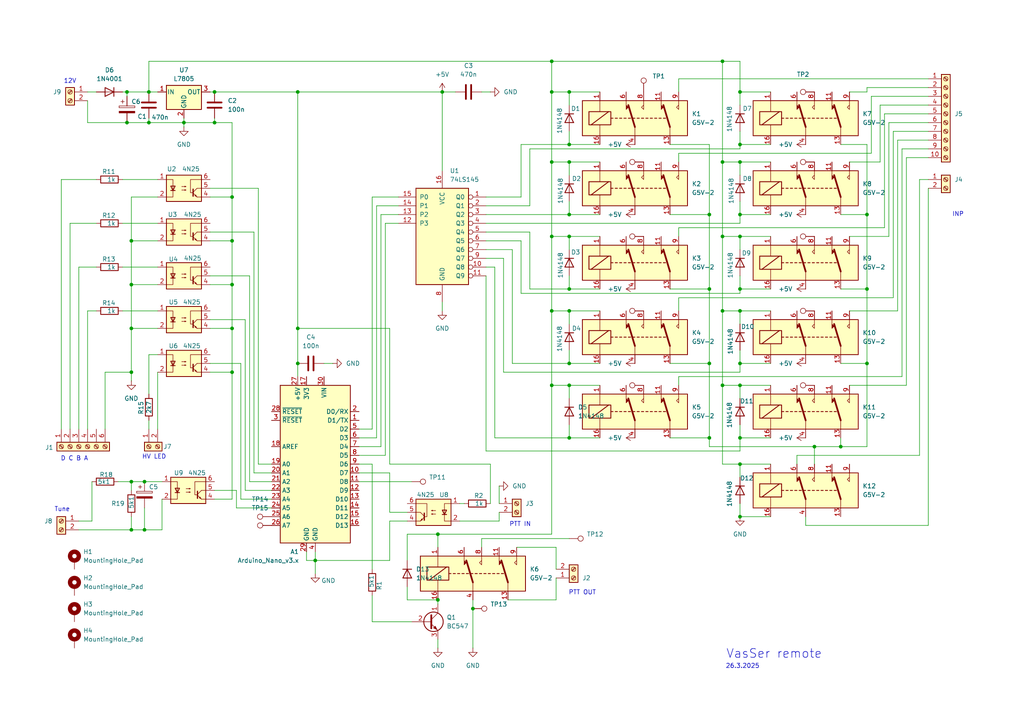
<source format=kicad_sch>
(kicad_sch (version 20231120) (generator "eeschema") (generator_version "8.0")
  (paper "A4")
  (junction (at 43.18 26.67))
  (junction (at 41.91 139.7))
  (junction (at 165.1 105.41))
  (junction (at 160.02 26.67))
  (junction (at 165.1 111.76))
  (junction (at 214.63 90.17))
  (junction (at 214.63 105.41))
  (junction (at 205.74 127))
  (junction (at 243.84 129.54))
  (junction (at 160.02 17.78))
  (junction (at 128.27 26.67))
  (junction (at 214.63 46.99))
  (junction (at 53.34 35.56))
  (junction (at 165.1 41.91))
  (junction (at 214.63 62.23))
  (junction (at 36.83 26.67))
  (junction (at 165.1 83.82))
  (junction (at 209.55 46.99))
  (junction (at 38.1 153.67))
  (junction (at 86.36 105.41))
  (junction (at 86.36 26.67))
  (junction (at 214.63 149.86))
  (junction (at 209.55 111.76))
  (junction (at 209.55 17.78))
  (junction (at 62.23 26.67))
  (junction (at 41.91 153.67))
  (junction (at 214.63 68.58))
  (junction (at 251.46 105.41))
  (junction (at 62.23 35.56))
  (junction (at 38.1 82.55))
  (junction (at 214.63 26.67))
  (junction (at 91.44 162.56))
  (junction (at 214.63 111.76))
  (junction (at 165.1 127))
  (junction (at 209.55 68.58))
  (junction (at 214.63 41.91))
  (junction (at 160.02 68.58))
  (junction (at 86.36 95.25))
  (junction (at 38.1 107.95))
  (junction (at 251.46 83.82))
  (junction (at 209.55 90.17))
  (junction (at 67.31 95.25))
  (junction (at 38.1 139.7))
  (junction (at 205.74 62.23))
  (junction (at 43.18 35.56))
  (junction (at 165.1 68.58))
  (junction (at 160.02 90.17))
  (junction (at 165.1 26.67))
  (junction (at 127 154.94))
  (junction (at 36.83 35.56))
  (junction (at 38.1 95.25))
  (junction (at 160.02 111.76))
  (junction (at 67.31 57.15))
  (junction (at 137.16 176.53))
  (junction (at 165.1 90.17))
  (junction (at 127 173.99))
  (junction (at 165.1 46.99))
  (junction (at 38.1 69.85))
  (junction (at 251.46 62.23))
  (junction (at 236.22 129.54))
  (junction (at 214.63 83.82))
  (junction (at 205.74 105.41))
  (junction (at 160.02 46.99))
  (junction (at 165.1 62.23))
  (junction (at 67.31 69.85))
  (junction (at 205.74 83.82))
  (junction (at 214.63 134.62))
  (junction (at 67.31 82.55))
  (junction (at 67.31 107.95))
  (junction (at 214.63 127))
  (wire (pts (xy 113.03 151.13) (xy 113.03 162.56)))
  (wire (pts (xy 209.55 111.76) (xy 214.63 111.76)))
  (wire (pts (xy 118.11 154.94) (xy 127 154.94)))
  (wire (pts (xy 53.34 35.56) (xy 53.34 34.29)))
  (wire (pts (xy 260.35 40.64) (xy 269.24 40.64)))
  (wire (pts (xy 160.02 68.58) (xy 160.02 46.99)))
  (wire (pts (xy 60.96 95.25) (xy 67.31 95.25)))
  (wire (pts (xy 69.85 144.78) (xy 69.85 105.41)))
  (wire (pts (xy 104.14 127) (xy 109.22 127)))
  (wire (pts (xy 214.63 134.62) (xy 214.63 138.43)))
  (wire (pts (xy 243.84 83.82) (xy 251.46 83.82)))
  (wire (pts (xy 243.84 129.54) (xy 243.84 127)))
  (wire (pts (xy 38.1 110.49) (xy 38.1 107.95)))
  (wire (pts (xy 223.52 26.67) (xy 214.63 26.67)))
  (wire (pts (xy 104.14 132.08) (xy 111.76 132.08)))
  (wire (pts (xy 113.03 137.16) (xy 113.03 148.59)))
  (wire (pts (xy 214.63 46.99) (xy 209.55 46.99)))
  (wire (pts (xy 214.63 105.41) (xy 214.63 101.6)))
  (wire (pts (xy 256.54 66.04) (xy 256.54 33.02)))
  (wire (pts (xy 140.97 74.93) (xy 146.05 74.93)))
  (wire (pts (xy 209.55 68.58) (xy 214.63 68.58)))
  (wire (pts (xy 151.13 41.91) (xy 151.13 57.15)))
  (wire (pts (xy 209.55 90.17) (xy 209.55 111.76)))
  (wire (pts (xy 26.67 139.7) (xy 26.67 151.13)))
  (wire (pts (xy 22.86 153.67) (xy 38.1 153.67)))
  (wire (pts (xy 209.55 17.78) (xy 160.02 17.78)))
  (wire (pts (xy 134.62 146.05) (xy 133.35 146.05)))
  (wire (pts (xy 173.99 90.17) (xy 165.1 90.17)))
  (wire (pts (xy 38.1 69.85) (xy 45.72 69.85)))
  (wire (pts (xy 214.63 62.23) (xy 214.63 58.42)))
  (wire (pts (xy 127 154.94) (xy 160.02 154.94)))
  (wire (pts (xy 151.13 41.91) (xy 165.1 41.91)))
  (wire (pts (xy 255.27 30.48) (xy 269.24 30.48)))
  (wire (pts (xy 68.58 147.32) (xy 68.58 142.24)))
  (wire (pts (xy 194.31 41.91) (xy 205.74 41.91)))
  (wire (pts (xy 62.23 34.29) (xy 62.23 35.56)))
  (wire (pts (xy 30.48 107.95) (xy 38.1 107.95)))
  (wire (pts (xy 96.52 105.41) (xy 93.98 105.41)))
  (wire (pts (xy 223.52 111.76) (xy 214.63 111.76)))
  (wire (pts (xy 86.36 95.25) (xy 86.36 105.41)))
  (wire (pts (xy 223.52 149.86) (xy 214.63 149.86)))
  (wire (pts (xy 88.9 162.56) (xy 91.44 162.56)))
  (wire (pts (xy 62.23 26.67) (xy 86.36 26.67)))
  (wire (pts (xy 30.48 124.46) (xy 30.48 107.95)))
  (wire (pts (xy 60.96 105.41) (xy 69.85 105.41)))
  (wire (pts (xy 144.78 148.59) (xy 144.78 151.13)))
  (wire (pts (xy 223.52 62.23) (xy 214.63 62.23)))
  (wire (pts (xy 214.63 107.95) (xy 214.63 105.41)))
  (wire (pts (xy 25.4 26.67) (xy 27.94 26.67)))
  (wire (pts (xy 119.38 139.7) (xy 104.14 139.7)))
  (wire (pts (xy 128.27 49.53) (xy 128.27 26.67)))
  (wire (pts (xy 151.13 85.09) (xy 214.63 85.09)))
  (wire (pts (xy 251.46 83.82) (xy 251.46 105.41)))
  (wire (pts (xy 233.68 149.86) (xy 233.68 152.4)))
  (wire (pts (xy 91.44 160.02) (xy 91.44 162.56)))
  (wire (pts (xy 71.12 142.24) (xy 71.12 92.71)))
  (wire (pts (xy 205.74 129.54) (xy 236.22 129.54)))
  (wire (pts (xy 173.99 83.82) (xy 165.1 83.82)))
  (wire (pts (xy 196.85 66.04) (xy 256.54 66.04)))
  (wire (pts (xy 88.9 160.02) (xy 88.9 162.56)))
  (wire (pts (xy 196.85 90.17) (xy 196.85 86.36)))
  (wire (pts (xy 60.96 57.15) (xy 67.31 57.15)))
  (wire (pts (xy 62.23 144.78) (xy 67.31 144.78)))
  (wire (pts (xy 214.63 83.82) (xy 214.63 80.01)))
  (wire (pts (xy 35.56 52.07) (xy 45.72 52.07)))
  (wire (pts (xy 38.1 57.15) (xy 38.1 69.85)))
  (wire (pts (xy 173.99 62.23) (xy 165.1 62.23)))
  (wire (pts (xy 74.93 134.62) (xy 74.93 54.61)))
  (wire (pts (xy 38.1 139.7) (xy 41.91 139.7)))
  (wire (pts (xy 160.02 46.99) (xy 160.02 26.67)))
  (wire (pts (xy 35.56 64.77) (xy 45.72 64.77)))
  (wire (pts (xy 223.52 83.82) (xy 214.63 83.82)))
  (wire (pts (xy 196.85 109.22) (xy 261.62 109.22)))
  (wire (pts (xy 67.31 69.85) (xy 67.31 57.15)))
  (wire (pts (xy 68.58 142.24) (xy 62.23 142.24)))
  (wire (pts (xy 214.63 130.81) (xy 214.63 127)))
  (wire (pts (xy 143.51 77.47) (xy 143.51 127)))
  (wire (pts (xy 22.86 124.46) (xy 22.86 77.47)))
  (wire (pts (xy 67.31 82.55) (xy 67.31 69.85)))
  (wire (pts (xy 251.46 62.23) (xy 251.46 83.82)))
  (wire (pts (xy 261.62 43.18) (xy 269.24 43.18)))
  (wire (pts (xy 214.63 64.77) (xy 214.63 62.23)))
  (wire (pts (xy 142.24 26.67) (xy 139.7 26.67)))
  (wire (pts (xy 165.1 68.58) (xy 165.1 72.39)))
  (wire (pts (xy 153.67 59.69) (xy 140.97 59.69)))
  (wire (pts (xy 78.74 144.78) (xy 69.85 144.78)))
  (wire (pts (xy 153.67 83.82) (xy 165.1 83.82)))
  (wire (pts (xy 243.84 129.54) (xy 251.46 129.54)))
  (wire (pts (xy 223.52 134.62) (xy 214.63 134.62)))
  (wire (pts (xy 72.39 139.7) (xy 72.39 80.01)))
  (wire (pts (xy 146.05 74.93) (xy 146.05 107.95)))
  (wire (pts (xy 20.32 64.77) (xy 27.94 64.77)))
  (wire (pts (xy 196.85 44.45) (xy 252.73 44.45)))
  (wire (pts (xy 223.52 41.91) (xy 214.63 41.91)))
  (wire (pts (xy 142.24 146.05) (xy 142.24 134.62)))
  (wire (pts (xy 255.27 46.99) (xy 255.27 30.48)))
  (wire (pts (xy 251.46 105.41) (xy 251.46 129.54)))
  (wire (pts (xy 173.99 26.67) (xy 165.1 26.67)))
  (wire (pts (xy 43.18 17.78) (xy 43.18 26.67)))
  (wire (pts (xy 35.56 77.47) (xy 45.72 77.47)))
  (wire (pts (xy 209.55 134.62) (xy 214.63 134.62)))
  (wire (pts (xy 194.31 62.23) (xy 205.74 62.23)))
  (wire (pts (xy 243.84 105.41) (xy 251.46 105.41)))
  (wire (pts (xy 243.84 62.23) (xy 251.46 62.23)))
  (wire (pts (xy 165.1 111.76) (xy 160.02 111.76)))
  (wire (pts (xy 67.31 95.25) (xy 67.31 82.55)))
  (wire (pts (xy 214.63 41.91) (xy 214.63 38.1)))
  (wire (pts (xy 252.73 44.45) (xy 252.73 27.94)))
  (wire (pts (xy 78.74 147.32) (xy 68.58 147.32)))
  (wire (pts (xy 78.74 139.7) (xy 72.39 139.7)))
  (wire (pts (xy 148.59 72.39) (xy 148.59 105.41)))
  (wire (pts (xy 214.63 17.78) (xy 209.55 17.78)))
  (wire (pts (xy 269.24 54.61) (xy 269.24 152.4)))
  (wire (pts (xy 236.22 129.54) (xy 243.84 129.54)))
  (wire (pts (xy 261.62 109.22) (xy 261.62 43.18)))
  (wire (pts (xy 160.02 46.99) (xy 165.1 46.99)))
  (wire (pts (xy 246.38 46.99) (xy 255.27 46.99)))
  (wire (pts (xy 223.52 68.58) (xy 214.63 68.58)))
  (wire (pts (xy 165.1 62.23) (xy 165.1 58.42)))
  (wire (pts (xy 41.91 153.67) (xy 46.99 153.67)))
  (wire (pts (xy 45.72 57.15) (xy 38.1 57.15)))
  (wire (pts (xy 67.31 35.56) (xy 62.23 35.56)))
  (wire (pts (xy 223.52 105.41) (xy 214.63 105.41)))
  (wire (pts (xy 25.4 35.56) (xy 36.83 35.56)))
  (wire (pts (xy 38.1 95.25) (xy 38.1 107.95)))
  (wire (pts (xy 38.1 149.86) (xy 38.1 153.67)))
  (wire (pts (xy 107.95 124.46) (xy 107.95 57.15)))
  (wire (pts (xy 214.63 85.09) (xy 214.63 83.82)))
  (wire (pts (xy 266.7 52.07) (xy 269.24 52.07)))
  (wire (pts (xy 160.02 26.67) (xy 160.02 17.78)))
  (wire (pts (xy 25.4 29.21) (xy 25.4 35.56)))
  (wire (pts (xy 17.78 52.07) (xy 27.94 52.07)))
  (wire (pts (xy 205.74 62.23) (xy 205.74 83.82)))
  (wire (pts (xy 149.86 158.75) (xy 161.29 158.75)))
  (wire (pts (xy 137.16 176.53) (xy 137.16 173.99)))
  (wire (pts (xy 35.56 90.17) (xy 45.72 90.17)))
  (wire (pts (xy 36.83 35.56) (xy 43.18 35.56)))
  (wire (pts (xy 173.99 46.99) (xy 165.1 46.99)))
  (wire (pts (xy 223.52 127) (xy 214.63 127)))
  (wire (pts (xy 25.4 124.46) (xy 25.4 90.17)))
  (wire (pts (xy 151.13 69.85) (xy 151.13 85.09)))
  (wire (pts (xy 161.29 158.75) (xy 161.29 165.1)))
  (wire (pts (xy 209.55 111.76) (xy 209.55 134.62)))
  (wire (pts (xy 243.84 41.91) (xy 251.46 41.91)))
  (wire (pts (xy 153.67 43.18) (xy 153.67 59.69)))
  (wire (pts (xy 266.7 132.08) (xy 266.7 52.07)))
  (wire (pts (xy 251.46 41.91) (xy 251.46 62.23)))
  (wire (pts (xy 127 187.96) (xy 127 185.42)))
  (wire (pts (xy 43.18 34.29) (xy 43.18 35.56)))
  (wire (pts (xy 160.02 26.67) (xy 165.1 26.67)))
  (wire (pts (xy 165.1 41.91) (xy 165.1 38.1)))
  (wire (pts (xy 165.1 111.76) (xy 165.1 115.57)))
  (wire (pts (xy 111.76 64.77) (xy 115.57 64.77)))
  (wire (pts (xy 196.85 111.76) (xy 196.85 109.22)))
  (wire (pts (xy 196.85 86.36) (xy 259.08 86.36)))
  (wire (pts (xy 196.85 68.58) (xy 196.85 66.04)))
  (wire (pts (xy 140.97 69.85) (xy 151.13 69.85)))
  (wire (pts (xy 257.81 68.58) (xy 257.81 35.56)))
  (wire (pts (xy 205.74 105.41) (xy 205.74 127)))
  (wire (pts (xy 110.49 129.54) (xy 110.49 62.23)))
  (wire (pts (xy 173.99 127) (xy 165.1 127)))
  (wire (pts (xy 104.14 124.46) (xy 107.95 124.46)))
  (wire (pts (xy 107.95 57.15) (xy 115.57 57.15)))
  (wire (pts (xy 236.22 129.54) (xy 236.22 134.62)))
  (wire (pts (xy 20.32 124.46) (xy 20.32 64.77)))
  (wire (pts (xy 43.18 121.92) (xy 43.18 124.46)))
  (wire (pts (xy 60.96 26.67) (xy 62.23 26.67)))
  (wire (pts (xy 34.29 139.7) (xy 38.1 139.7)))
  (wire (pts (xy 107.95 134.62) (xy 104.14 134.62)))
  (wire (pts (xy 78.74 142.24) (xy 71.12 142.24)))
  (wire (pts (xy 17.78 124.46) (xy 17.78 52.07)))
  (wire (pts (xy 160.02 111.76) (xy 160.02 90.17)))
  (wire (pts (xy 113.03 95.25) (xy 86.36 95.25)))
  (wire (pts (xy 22.86 77.47) (xy 27.94 77.47)))
  (wire (pts (xy 209.55 68.58) (xy 209.55 90.17)))
  (wire (pts (xy 41.91 147.32) (xy 41.91 153.67)))
  (wire (pts (xy 86.36 26.67) (xy 128.27 26.67)))
  (wire (pts (xy 196.85 22.86) (xy 269.24 22.86)))
  (wire (pts (xy 259.08 38.1) (xy 269.24 38.1)))
  (wire (pts (xy 246.38 111.76) (xy 262.89 111.76)))
  (wire (pts (xy 262.89 45.72) (xy 269.24 45.72)))
  (wire (pts (xy 223.52 46.99) (xy 214.63 46.99)))
  (wire (pts (xy 214.63 149.86) (xy 214.63 146.05)))
  (wire (pts (xy 67.31 144.78) (xy 67.31 107.95)))
  (wire (pts (xy 257.81 35.56) (xy 269.24 35.56)))
  (wire (pts (xy 140.97 67.31) (xy 153.67 67.31)))
  (wire (pts (xy 41.91 139.7) (xy 46.99 139.7)))
  (wire (pts (xy 38.1 153.67) (xy 41.91 153.67)))
  (wire (pts (xy 262.89 111.76) (xy 262.89 45.72)))
  (wire (pts (xy 173.99 105.41) (xy 165.1 105.41)))
  (wire (pts (xy 205.74 83.82) (xy 205.74 105.41)))
  (wire (pts (xy 137.16 187.96) (xy 137.16 176.53)))
  (wire (pts (xy 45.72 107.95) (xy 45.72 124.46)))
  (wire (pts (xy 60.96 107.95) (xy 67.31 107.95)))
  (wire (pts (xy 104.14 129.54) (xy 110.49 129.54)))
  (wire (pts (xy 140.97 64.77) (xy 214.63 64.77)))
  (wire (pts (xy 205.74 41.91) (xy 205.74 62.23)))
  (wire (pts (xy 107.95 180.34) (xy 119.38 180.34)))
  (wire (pts (xy 153.67 67.31) (xy 153.67 83.82)))
  (wire (pts (xy 205.74 127) (xy 205.74 129.54)))
  (wire (pts (xy 113.03 148.59) (xy 118.11 148.59)))
  (wire (pts (xy 214.63 111.76) (xy 214.63 115.57)))
  (wire (pts (xy 173.99 68.58) (xy 165.1 68.58)))
  (wire (pts (xy 118.11 170.18) (xy 118.11 173.99)))
  (wire (pts (xy 160.02 90.17) (xy 165.1 90.17)))
  (wire (pts (xy 148.59 105.41) (xy 165.1 105.41)))
  (wire (pts (xy 165.1 90.17) (xy 165.1 93.98)))
  (wire (pts (xy 214.63 46.99) (xy 214.63 50.8)))
  (wire (pts (xy 60.96 69.85) (xy 67.31 69.85)))
  (wire (pts (xy 73.66 137.16) (xy 73.66 67.31)))
  (wire (pts (xy 25.4 90.17) (xy 27.94 90.17)))
  (wire (pts (xy 26.67 151.13) (xy 22.86 151.13)))
  (wire (pts (xy 62.23 35.56) (xy 53.34 35.56)))
  (wire (pts (xy 251.46 26.67) (xy 251.46 25.4)))
  (wire (pts (xy 161.29 173.99) (xy 147.32 173.99)))
  (wire (pts (xy 86.36 109.22) (xy 86.36 105.41)))
  (wire (pts (xy 231.14 132.08) (xy 266.7 132.08)))
  (wire (pts (xy 113.03 151.13) (xy 118.11 151.13)))
  (wire (pts (xy 78.74 134.62) (xy 74.93 134.62)))
  (wire (pts (xy 144.78 151.13) (xy 133.35 151.13)))
  (wire (pts (xy 127 175.26) (xy 127 173.99)))
  (wire (pts (xy 107.95 165.1) (xy 107.95 134.62)))
  (wire (pts (xy 214.63 127) (xy 214.63 123.19)))
  (wire (pts (xy 196.85 26.67) (xy 196.85 22.86)))
  (wire (pts (xy 209.55 46.99) (xy 209.55 17.78)))
  (wire (pts (xy 165.1 46.99) (xy 165.1 50.8)))
  (wire (pts (xy 139.7 156.21) (xy 139.7 158.75)))
  (wire (pts (xy 151.13 57.15) (xy 140.97 57.15)))
  (wire (pts (xy 60.96 82.55) (xy 67.31 82.55)))
  (wire (pts (xy 60.96 92.71) (xy 71.12 92.71)))
  (wire (pts (xy 246.38 90.17) (xy 260.35 90.17)))
  (wire (pts (xy 60.96 54.61) (xy 74.93 54.61)))
  (wire (pts (xy 109.22 59.69) (xy 115.57 59.69)))
  (wire (pts (xy 165.1 26.67) (xy 165.1 30.48)))
  (wire (pts (xy 142.24 134.62) (xy 113.03 134.62)))
  (wire (pts (xy 144.78 140.97) (xy 144.78 146.05)))
  (wire (pts (xy 160.02 154.94) (xy 160.02 111.76)))
  (wire (pts (xy 38.1 82.55) (xy 38.1 95.25)))
  (wire (pts (xy 214.63 68.58) (xy 214.63 72.39)))
  (wire (pts (xy 38.1 95.25) (xy 45.72 95.25)))
  (wire (pts (xy 104.14 137.16) (xy 113.03 137.16)))
  (wire (pts (xy 43.18 35.56) (xy 53.34 35.56)))
  (wire (pts (xy 209.55 46.99) (xy 209.55 68.58)))
  (wire (pts (xy 246.38 68.58) (xy 257.81 68.58)))
  (wire (pts (xy 67.31 107.95) (xy 67.31 95.25)))
  (wire (pts (xy 140.97 130.81) (xy 214.63 130.81)))
  (wire (pts (xy 60.96 80.01) (xy 72.39 80.01)))
  (wire (pts (xy 45.72 102.87) (xy 43.18 102.87)))
  (wire (pts (xy 194.31 105.41) (xy 205.74 105.41)))
  (wire (pts (xy 259.08 86.36) (xy 259.08 38.1)))
  (wire (pts (xy 260.35 90.17) (xy 260.35 40.64)))
  (wire (pts (xy 36.83 26.67) (xy 36.83 27.94)))
  (wire (pts (xy 36.83 26.67) (xy 43.18 26.67)))
  (wire (pts (xy 256.54 33.02) (xy 269.24 33.02)))
  (wire (pts (xy 160.02 90.17) (xy 160.02 68.58)))
  (wire (pts (xy 161.29 167.64) (xy 161.29 173.99)))
  (wire (pts (xy 165.1 127) (xy 165.1 123.19)))
  (wire (pts (xy 38.1 69.85) (xy 38.1 82.55)))
  (wire (pts (xy 246.38 26.67) (xy 251.46 26.67)))
  (wire (pts (xy 140.97 62.23) (xy 165.1 62.23)))
  (wire (pts (xy 233.68 152.4) (xy 269.24 152.4)))
  (wire (pts (xy 196.85 46.99) (xy 196.85 44.45)))
  (wire (pts (xy 252.73 27.94) (xy 269.24 27.94)))
  (wire (pts (xy 231.14 132.08) (xy 231.14 134.62)))
  (wire (pts (xy 107.95 172.72) (xy 107.95 180.34)))
  (wire (pts (xy 53.34 36.83) (xy 53.34 35.56)))
  (wire (pts (xy 91.44 162.56) (xy 113.03 162.56)))
  (wire (pts (xy 91.44 162.56) (xy 91.44 166.37)))
  (wire (pts (xy 140.97 80.01) (xy 140.97 130.81)))
  (wire (pts (xy 209.55 90.17) (xy 214.63 90.17)))
  (wire (pts (xy 60.96 67.31) (xy 73.66 67.31)))
  (wire (pts (xy 43.18 17.78) (xy 160.02 17.78)))
  (wire (pts (xy 43.18 102.87) (xy 43.18 114.3)))
  (wire (pts (xy 140.97 77.47) (xy 143.51 77.47)))
  (wire (pts (xy 214.63 43.18) (xy 214.63 41.91)))
  (wire (pts (xy 127 158.75) (xy 127 154.94)))
  (wire (pts (xy 214.63 26.67) (xy 214.63 30.48)))
  (wire (pts (xy 214.63 90.17) (xy 214.63 93.98)))
  (wire (pts (xy 109.22 127) (xy 109.22 59.69)))
  (wire (pts (xy 113.03 134.62) (xy 113.03 95.25)))
  (wire (pts (xy 67.31 57.15) (xy 67.31 35.56)))
  (wire (pts (xy 153.67 43.18) (xy 214.63 43.18)))
  (wire (pts (xy 205.74 127) (xy 194.31 127)))
  (wire (pts (xy 194.31 83.82) (xy 205.74 83.82)))
  (wire (pts (xy 223.52 90.17) (xy 214.63 90.17)))
  (wire (pts (xy 118.11 162.56) (xy 118.11 154.94)))
  (wire (pts (xy 165.1 156.21) (xy 139.7 156.21)))
  (wire (pts (xy 35.56 26.67) (xy 36.83 26.67)))
  (wire (pts (xy 110.49 62.23) (xy 115.57 62.23)))
  (wire (pts (xy 46.99 153.67) (xy 46.99 144.78)))
  (wire (pts (xy 165.1 105.41) (xy 165.1 101.6)))
  (wire (pts (xy 86.36 26.67) (xy 86.36 95.25)))
  (wire (pts (xy 173.99 41.91) (xy 165.1 41.91)))
  (wire (pts (xy 38.1 139.7) (xy 38.1 142.24)))
  (wire (pts (xy 140.97 72.39) (xy 148.59 72.39)))
  (wire (pts (xy 160.02 68.58) (xy 165.1 68.58)))
  (wire (pts (xy 128.27 87.63) (xy 128.27 90.17)))
  (wire (pts (xy 214.63 26.67) (xy 214.63 17.78)))
  (wire (pts (xy 78.74 137.16) (xy 73.66 137.16)))
  (wire (pts (xy 251.46 25.4) (xy 269.24 25.4)))
  (wire (pts (xy 111.76 132.08) (xy 111.76 64.77)))
  (wire (pts (xy 128.27 26.67) (xy 132.08 26.67)))
  (wire (pts (xy 38.1 82.55) (xy 45.72 82.55)))
  (wire (pts (xy 173.99 111.76) (xy 165.1 111.76)))
  (wire (pts (xy 118.11 173.99) (xy 127 173.99)))
  (wire (pts (xy 43.18 26.67) (xy 45.72 26.67)))
  (wire (pts (xy 143.51 127) (xy 165.1 127)))
  (wire (pts (xy 146.05 107.95) (xy 214.63 107.95)))
  (wire (pts (xy 165.1 83.82) (xy 165.1 80.01)))
  (text "INP" (at 277.876 62.23 0) (effects (font (size 1.27 1.27))))
  (text "26.3.2025" (at 215.392 193.294 0) (effects (font (size 1.27 1.27))))
  (text "D C B A" (at 21.59 133.096 0) (effects (font (size 1.27 1.27))))
  (text "HV LED" (at 44.704 132.588 0) (effects (font (size 1.27 1.27))))
  (text "PTT IN" (at 150.876 152.146 0) (effects (font (size 1.27 1.27))))
  (text "VasSer remote" (at 224.536 189.738 0) (effects (font (size 2.54 2.54))))
  (text "PTT OUT" (at 168.91 171.958 0) (effects (font (size 1.27 1.27))))
  (text "Tune" (at 18.034 147.828 0) (effects (font (size 1.27 1.27))))
  (text "12V" (at 20.32 23.622 0) (effects (font (size 1.27 1.27))))
  (symbol (lib_id "Mechanical:MountingHole_Pad") (at 21.59 170.18 0) (unit 1) (exclude_from_sim yes) (in_bom no)
    (property "Reference" "H2" (at 24.13 167.6399 0) (effects (justify left)))
    (property "Value" "MountingHole_Pad" (at 24.13 170.1799 0) (effects (justify left)))
    (property "Footprint" "MountingHole:MountingHole_3.2mm_M3_DIN965_Pad" (effects (hide yes)))
    (property "Description" "Mounting Hole with connection" (effects (hide yes)))
  )
  (symbol (lib_id "Connector:TestPoint") (at 186.69 111.76 90) (unit 1)
    (property "Reference" "TP8" (effects (hide yes)))
    (property "Value" "TestPoint" (effects (hide yes)))
    (property "Footprint" "Connector_Pin:Pin_D0.7mm_L6.5mm_W1.8mm_FlatFork" (effects (hide yes)))
    (property "Description" "test point" (effects (hide yes)))
  )
  (symbol (lib_id "Connector:TestPoint") (at 236.22 111.76 90) (unit 1)
    (property "Reference" "TP10" (effects (hide yes)))
    (property "Value" "TestPoint" (effects (hide yes)))
    (property "Footprint" "Connector_Pin:Pin_D0.7mm_L6.5mm_W1.8mm_FlatFork" (effects (hide yes)))
    (property "Description" "test point" (effects (hide yes)))
  )
  (symbol (lib_id "Diode:1N4148") (at 214.63 54.61 270) (unit 1)
    (property "Reference" "D8" (at 215.392 51.816 90) (effects (justify left)))
    (property "Value" "1N4148" (at 212.09 51.562 0) (effects (justify left)))
    (property "Footprint" "Diode_THT:D_DO-34_SOD68_P7.62mm_Horizontal" (effects (hide yes)))
    (property "Datasheet" "https://assets.nexperia.com/documents/data-sheet/1N4148_1N4448.pdf" (effects (hide yes)))
    (property "Description" "100V 0.15A standard switching diode, DO-35" (effects (hide yes)))
    (property "Sim.Device" "D" (effects (hide yes)))
    (property "Sim.Pins" "1=K 2=A" (effects (hide yes)))
  )
  (symbol (lib_id "Isolator:4N25") (at 53.34 80.01 0) (unit 1)
    (property "Reference" "U4" (at 50.292 75.184 0))
    (property "Value" "4N25" (at 55.88 74.93 0))
    (property "Footprint" "Package_DIP:DIP-6_W7.62mm" (effects (hide yes)))
    (property "Datasheet" "https://www.vishay.com/docs/83725/4n25.pdf" (effects (hide yes)))
    (property "Description" "DC Optocoupler Base Connected, Vce 30V, CTR 20%, Viso 2500V, DIP6" (effects (hide yes)))
  )
  (symbol (lib_id "Relay:G5V-2") (at 233.68 142.24 0) (unit 1)
    (property "Reference" "K12" (at 250.19 140.9699 0) (effects (justify left)))
    (property "Value" "G5V-2" (at 250.19 143.5099 0) (effects (justify left)))
    (property "Footprint" "Relay_THT:Relay_DPDT_Omron_G5V-2" (effects (hide yes)))
    (property "Datasheet" "http://omronfs.omron.com/en_US/ecb/products/pdf/en-g5v_2.pdf" (effects (hide yes)))
    (property "Description" "Relay Miniature Omron DPDT" (effects (hide yes)))
  )
  (symbol (lib_id "power:+5V") (at 233.68 62.23 90) (unit 1)
    (property "Reference" "#PWR018" (effects (hide yes)))
    (property "Value" "+5V" (at 229.87 62.2299 90) (effects (justify left)))
    (property "Description" "Power symbol creates a global label with name \"+5V\"" (effects (hide yes)))
  )
  (symbol (lib_id "Device:C") (at 62.23 30.48 0) (unit 1)
    (property "Reference" "C2" (at 66.04 29.2099 0) (effects (justify left)))
    (property "Value" "100n" (at 66.04 31.7499 0) (effects (justify left)))
    (property "Footprint" "Capacitor_THT:C_Axial_L3.8mm_D2.6mm_P7.50mm_Horizontal" (effects (hide yes)))
    (property "Description" "Unpolarized capacitor" (effects (hide yes)))
  )
  (symbol (lib_id "Diode:1N4148") (at 118.11 166.37 270) (unit 1)
    (property "Reference" "D13" (at 120.65 165.0999 90) (effects (justify left)))
    (property "Value" "1N4148" (at 120.65 167.6399 90) (effects (justify left)))
    (property "Footprint" "Diode_THT:D_DO-34_SOD68_P7.62mm_Horizontal" (effects (hide yes)))
    (property "Datasheet" "https://assets.nexperia.com/documents/data-sheet/1N4148_1N4448.pdf" (effects (hide yes)))
    (property "Description" "100V 0.15A standard switching diode, DO-35" (effects (hide yes)))
    (property "Sim.Device" "D" (effects (hide yes)))
    (property "Sim.Pins" "1=K 2=A" (effects (hide yes)))
  )
  (symbol (lib_id "power:GND") (at 96.52 105.41 90) (unit 1)
    (property "Reference" "#PWR08" (effects (hide yes)))
    (property "Value" "GND" (at 100.33 105.4099 90) (effects (justify right)))
    (property "Description" "Power symbol creates a global label with name \"GND\" , ground" (effects (hide yes)))
  )
  (symbol (lib_id "Diode:1N4148") (at 165.1 76.2 270) (unit 1)
    (property "Reference" "D3" (at 165.608 73.152 90) (effects (justify left)))
    (property "Value" "1N4148" (at 162.56 73.152 0) (effects (justify left)))
    (property "Footprint" "Diode_THT:D_DO-34_SOD68_P7.62mm_Horizontal" (effects (hide yes)))
    (property "Datasheet" "https://assets.nexperia.com/documents/data-sheet/1N4148_1N4448.pdf" (effects (hide yes)))
    (property "Description" "100V 0.15A standard switching diode, DO-35" (effects (hide yes)))
    (property "Sim.Device" "D" (effects (hide yes)))
    (property "Sim.Pins" "1=K 2=A" (effects (hide yes)))
  )
  (symbol (lib_id "Device:R") (at 138.43 146.05 90) (unit 1)
    (property "Reference" "R2" (at 140.208 143.764 90) (effects (justify left)))
    (property "Value" "1k" (at 140.208 146.05 90) (effects (justify left)))
    (property "Footprint" "Resistor_THT:R_Axial_DIN0204_L3.6mm_D1.6mm_P5.08mm_Horizontal" (effects (hide yes)))
    (property "Description" "Resistor" (effects (hide yes)))
  )
  (symbol (lib_id "Connector:TestPoint") (at 165.1 156.21 270) (unit 1)
    (property "Reference" "TP12" (at 170.18 154.9399 90) (effects (justify left)))
    (property "Value" "TestPoint" (effects (hide yes)))
    (property "Footprint" "Connector_Pin:Pin_D0.7mm_L6.5mm_W1.8mm_FlatFork" (effects (hide yes)))
    (property "Description" "test point" (effects (hide yes)))
  )
  (symbol (lib_id "Device:R") (at 31.75 52.07 90) (unit 1)
    (property "Reference" "R11" (at 33.528 49.784 90) (effects (justify left)))
    (property "Value" "1k" (at 33.528 52.07 90) (effects (justify left)))
    (property "Footprint" "Resistor_THT:R_Axial_DIN0204_L3.6mm_D1.6mm_P5.08mm_Horizontal" (effects (hide yes)))
    (property "Description" "Resistor" (effects (hide yes)))
  )
  (symbol (lib_id "74xx:74LS145") (at 128.27 67.31 0) (unit 1)
    (property "Reference" "U1" (at 130.4641 49.53 0) (effects (justify left)))
    (property "Value" "74LS145" (at 130.4641 52.07 0) (effects (justify left)))
    (property "Footprint" "Package_DIP:DIP-16_W7.62mm" (effects (hide yes)))
    (property "Datasheet" "http://www.ti.com/lit/gpn/sn74LS145" (effects (hide yes)))
    (property "Description" "Decoder 1 to 10, Open Collector" (effects (hide yes)))
  )
  (symbol (lib_id "Connector:TestPoint") (at 186.69 26.67 0) (unit 1)
    (property "Reference" "TP1" (at 189.23 22.0979 0) (effects (justify left)))
    (property "Value" "TestPoint" (effects (hide yes)))
    (property "Footprint" "Connector_Pin:Pin_D0.7mm_L6.5mm_W1.8mm_FlatFork" (effects (hide yes)))
    (property "Description" "test point" (effects (hide yes)))
  )
  (symbol (lib_id "Diode:1N4148") (at 165.1 54.61 270) (unit 1)
    (property "Reference" "D2" (at 165.862 51.816 90) (effects (justify left)))
    (property "Value" "1N4148" (at 162.56 51.562 0) (effects (justify left)))
    (property "Footprint" "Diode_THT:D_DO-34_SOD68_P7.62mm_Horizontal" (effects (hide yes)))
    (property "Datasheet" "https://assets.nexperia.com/documents/data-sheet/1N4148_1N4448.pdf" (effects (hide yes)))
    (property "Description" "100V 0.15A standard switching diode, DO-35" (effects (hide yes)))
    (property "Sim.Device" "D" (effects (hide yes)))
    (property "Sim.Pins" "1=K 2=A" (effects (hide yes)))
  )
  (symbol (lib_id "Connector:TestPoint") (at 137.16 176.53 270) (unit 1)
    (property "Reference" "TP13" (at 142.24 175.2599 90) (effects (justify left)))
    (property "Value" "TestPoint" (effects (hide yes)))
    (property "Footprint" "Connector_Pin:Pin_D0.7mm_L6.5mm_W1.8mm_FlatFork" (effects (hide yes)))
    (property "Description" "test point" (effects (hide yes)))
  )
  (symbol (lib_id "Connector:TestPoint") (at 236.22 90.17 90) (unit 1)
    (property "Reference" "TP9" (effects (hide yes)))
    (property "Value" "TestPoint" (effects (hide yes)))
    (property "Footprint" "Connector_Pin:Pin_D0.7mm_L6.5mm_W1.8mm_FlatFork" (effects (hide yes)))
    (property "Description" "test point" (effects (hide yes)))
  )
  (symbol (lib_id "Diode:1N4148") (at 165.1 97.79 270) (unit 1)
    (property "Reference" "D4" (at 165.862 95.25 90) (effects (justify left)))
    (property "Value" "1N4148" (at 162.306 94.488 0) (effects (justify left)))
    (property "Footprint" "Diode_THT:D_DO-34_SOD68_P7.62mm_Horizontal" (effects (hide yes)))
    (property "Datasheet" "https://assets.nexperia.com/documents/data-sheet/1N4148_1N4448.pdf" (effects (hide yes)))
    (property "Description" "100V 0.15A standard switching diode, DO-35" (effects (hide yes)))
    (property "Sim.Device" "D" (effects (hide yes)))
    (property "Sim.Pins" "1=K 2=A" (effects (hide yes)))
  )
  (symbol (lib_id "Device:C_Polarized") (at 41.91 143.51 0) (unit 1)
    (property "Reference" "C5" (at 43.18 141.224 0) (effects (justify left)))
    (property "Value" "100uF" (effects (hide yes)))
    (property "Footprint" "Capacitor_THT:CP_Radial_D5.0mm_P2.00mm" (effects (hide yes)))
    (property "Description" "Polarized capacitor" (effects (hide yes)))
  )
  (symbol (lib_id "Device:R") (at 107.95 168.91 0) (unit 1)
    (property "Reference" "R1" (at 109.982 171.196 90) (effects (justify left)))
    (property "Value" "5k1" (at 107.696 170.434 90) (effects (justify left)))
    (property "Footprint" "Resistor_THT:R_Axial_DIN0204_L3.6mm_D1.6mm_P5.08mm_Horizontal" (effects (hide yes)))
    (property "Description" "Resistor" (effects (hide yes)))
  )
  (symbol (lib_id "power:GND") (at 127 187.96 0) (unit 1)
    (property "Reference" "#PWR05" (effects (hide yes)))
    (property "Value" "GND" (at 127 193.04 0))
    (property "Description" "Power symbol creates a global label with name \"GND\" , ground" (effects (hide yes)))
  )
  (symbol (lib_id "Isolator:4N25") (at 54.61 142.24 0) (unit 1)
    (property "Reference" "U9" (at 51.816 137.16 0))
    (property "Value" "4N25" (at 57.15 137.16 0))
    (property "Footprint" "Package_DIP:DIP-6_W7.62mm" (effects (hide yes)))
    (property "Datasheet" "https://www.vishay.com/docs/83725/4n25.pdf" (effects (hide yes)))
    (property "Description" "DC Optocoupler Base Connected, Vce 30V, CTR 20%, Viso 2500V, DIP6" (effects (hide yes)))
  )
  (symbol (lib_id "Mechanical:MountingHole_Pad") (at 21.59 162.56 0) (unit 1) (exclude_from_sim yes) (in_bom no)
    (property "Reference" "H1" (at 24.13 160.0199 0) (effects (justify left)))
    (property "Value" "MountingHole_Pad" (at 24.13 162.5599 0) (effects (justify left)))
    (property "Footprint" "MountingHole:MountingHole_3.2mm_M3_DIN965_Pad" (effects (hide yes)))
    (property "Description" "Mounting Hole with connection" (effects (hide yes)))
  )
  (symbol (lib_id "Relay:G5V-2") (at 233.68 34.29 0) (unit 1)
    (property "Reference" "K7" (at 250.19 33.0199 0) (effects (justify left)))
    (property "Value" "G5V-2" (at 250.19 35.5599 0) (effects (justify left)))
    (property "Footprint" "Relay_THT:Relay_DPDT_Omron_G5V-2" (effects (hide yes)))
    (property "Datasheet" "http://omronfs.omron.com/en_US/ecb/products/pdf/en-g5v_2.pdf" (effects (hide yes)))
    (property "Description" "Relay Miniature Omron DPDT" (effects (hide yes)))
  )
  (symbol (lib_id "power:GND") (at 91.44 166.37 0) (unit 1)
    (property "Reference" "#PWR09" (effects (hide yes)))
    (property "Value" "GND" (at 95.25 168.402 0))
    (property "Description" "Power symbol creates a global label with name \"GND\" , ground" (effects (hide yes)))
  )
  (symbol (lib_id "Connector:Screw_Terminal_01x02") (at 274.32 52.07 0) (unit 1)
    (property "Reference" "J4" (at 276.86 52.0699 0) (effects (justify left)))
    (property "Value" "Screw_Terminal_01x02" (effects (hide yes)))
    (property "Footprint" "TerminalBlock:TerminalBlock_Xinya_XY308-2.54-2P_1x02_P2.54mm_Horizontal" (effects (hide yes)))
    (property "Description" "Generic screw terminal, single row, 01x02, script generated (kicad-library-utils/schlib/autogen/connector/)" (effects (hide yes)))
  )
  (symbol (lib_id "Connector:TestPoint") (at 186.69 46.99 90) (unit 1)
    (property "Reference" "TP4" (effects (hide yes)))
    (property "Value" "TestPoint" (effects (hide yes)))
    (property "Footprint" "Connector_Pin:Pin_D0.7mm_L6.5mm_W1.8mm_FlatFork" (effects (hide yes)))
    (property "Description" "test point" (effects (hide yes)))
  )
  (symbol (lib_id "Relay:G5V-2") (at 233.68 76.2 0) (unit 1)
    (property "Reference" "K9" (at 250.19 74.9299 0) (effects (justify left)))
    (property "Value" "G5V-2" (at 250.19 77.4699 0) (effects (justify left)))
    (property "Footprint" "Relay_THT:Relay_DPDT_Omron_G5V-2" (effects (hide yes)))
    (property "Datasheet" "http://omronfs.omron.com/en_US/ecb/products/pdf/en-g5v_2.pdf" (effects (hide yes)))
    (property "Description" "Relay Miniature Omron DPDT" (effects (hide yes)))
  )
  (symbol (lib_id "Diode:1N4148") (at 214.63 97.79 270) (unit 1)
    (property "Reference" "D10" (at 214.884 94.742 90) (effects (justify left)))
    (property "Value" "1N4148" (at 211.836 95.25 0) (effects (justify left)))
    (property "Footprint" "Diode_THT:D_DO-34_SOD68_P7.62mm_Horizontal" (effects (hide yes)))
    (property "Datasheet" "https://assets.nexperia.com/documents/data-sheet/1N4148_1N4448.pdf" (effects (hide yes)))
    (property "Description" "100V 0.15A standard switching diode, DO-35" (effects (hide yes)))
    (property "Sim.Device" "D" (effects (hide yes)))
    (property "Sim.Pins" "1=K 2=A" (effects (hide yes)))
  )
  (symbol (lib_id "Diode:1N4148") (at 214.63 119.38 270) (unit 1)
    (property "Reference" "D11" (at 214.63 116.332 90) (effects (justify left)))
    (property "Value" "1N4148" (at 211.582 116.586 0) (effects (justify left)))
    (property "Footprint" "Diode_THT:D_DO-34_SOD68_P7.62mm_Horizontal" (effects (hide yes)))
    (property "Datasheet" "https://assets.nexperia.com/documents/data-sheet/1N4148_1N4448.pdf" (effects (hide yes)))
    (property "Description" "100V 0.15A standard switching diode, DO-35" (effects (hide yes)))
    (property "Sim.Device" "D" (effects (hide yes)))
    (property "Sim.Pins" "1=K 2=A" (effects (hide yes)))
  )
  (symbol (lib_id "Mechanical:MountingHole_Pad") (at 21.59 185.42 0) (unit 1) (exclude_from_sim yes) (in_bom no)
    (property "Reference" "H4" (at 24.13 182.8799 0) (effects (justify left)))
    (property "Value" "MountingHole_Pad" (at 24.13 185.4199 0) (effects (justify left)))
    (property "Footprint" "MountingHole:MountingHole_3.2mm_M3_DIN965_Pad" (effects (hide yes)))
    (property "Description" "Mounting Hole with connection" (effects (hide yes)))
  )
  (symbol (lib_id "Connector:TestPoint") (at 236.22 68.58 90) (unit 1)
    (property "Reference" "TP6" (effects (hide yes)))
    (property "Value" "TestPoint" (effects (hide yes)))
    (property "Footprint" "Connector_Pin:Pin_D0.7mm_L6.5mm_W1.8mm_FlatFork" (effects (hide yes)))
    (property "Description" "test point" (effects (hide yes)))
  )
  (symbol (lib_id "Isolator:4N25") (at 53.34 92.71 0) (unit 1)
    (property "Reference" "U5" (at 50.292 87.63 0))
    (property "Value" "4N25" (at 55.626 87.63 0))
    (property "Footprint" "Package_DIP:DIP-6_W7.62mm" (effects (hide yes)))
    (property "Datasheet" "https://www.vishay.com/docs/83725/4n25.pdf" (effects (hide yes)))
    (property "Description" "DC Optocoupler Base Connected, Vce 30V, CTR 20%, Viso 2500V, DIP6" (effects (hide yes)))
  )
  (symbol (lib_id "power:GND") (at 53.34 36.83 0) (unit 1)
    (property "Reference" "#PWR01" (effects (hide yes)))
    (property "Value" "GND" (at 53.34 41.91 0))
    (property "Description" "Power symbol creates a global label with name \"GND\" , ground" (effects (hide yes)))
  )
  (symbol (lib_id "Device:R") (at 31.75 90.17 90) (unit 1)
    (property "Reference" "R14" (at 33.528 87.884 90) (effects (justify left)))
    (property "Value" "1k" (at 33.528 90.17 90) (effects (justify left)))
    (property "Footprint" "Resistor_THT:R_Axial_DIN0204_L3.6mm_D1.6mm_P5.08mm_Horizontal" (effects (hide yes)))
    (property "Description" "Resistor" (effects (hide yes)))
  )
  (symbol (lib_id "Transistor_BJT:BC547") (at 124.46 180.34 0) (unit 1)
    (property "Reference" "Q1" (at 129.54 179.0699 0) (effects (justify left)))
    (property "Value" "BC547" (at 129.54 181.6099 0) (effects (justify left)))
    (property "Footprint" "Package_TO_SOT_THT:TO-92_Inline" (effects (hide yes)))
    (property "Datasheet" "https://www.onsemi.com/pub/Collateral/BC550-D.pdf" (effects (hide yes)))
    (property "Description" "0.1A Ic, 45V Vce, Small Signal NPN Transistor, TO-92" (effects (hide yes)))
  )
  (symbol (lib_id "Isolator:4N25") (at 53.34 54.61 0) (unit 1)
    (property "Reference" "U2" (at 49.784 49.022 0))
    (property "Value" "4N25" (at 55.372 49.022 0))
    (property "Footprint" "Package_DIP:DIP-6_W7.62mm" (effects (hide yes)))
    (property "Datasheet" "https://www.vishay.com/docs/83725/4n25.pdf" (effects (hide yes)))
    (property "Description" "DC Optocoupler Base Connected, Vce 30V, CTR 20%, Viso 2500V, DIP6" (effects (hide yes)))
  )
  (symbol (lib_id "power:+5V") (at 233.68 105.41 90) (unit 1)
    (property "Reference" "#PWR016" (effects (hide yes)))
    (property "Value" "+5V" (at 229.87 105.4099 90) (effects (justify left)))
    (property "Description" "Power symbol creates a global label with name \"+5V\"" (effects (hide yes)))
  )
  (symbol (lib_id "Device:C") (at 90.17 105.41 90) (unit 1)
    (property "Reference" "C4" (at 90.17 97.79 90))
    (property "Value" "100n" (at 90.17 100.33 90))
    (property "Footprint" "Capacitor_THT:C_Disc_D4.3mm_W1.9mm_P5.00mm" (effects (hide yes)))
    (property "Description" "Unpolarized capacitor" (effects (hide yes)))
  )
  (symbol (lib_id "power:+5V") (at 233.68 41.91 90) (unit 1)
    (property "Reference" "#PWR019" (effects (hide yes)))
    (property "Value" "+5V" (at 229.87 41.9099 90) (effects (justify left)))
    (property "Description" "Power symbol creates a global label with name \"+5V\"" (effects (hide yes)))
  )
  (symbol (lib_id "power:+5V") (at 184.15 83.82 90) (unit 1)
    (property "Reference" "#PWR012" (effects (hide yes)))
    (property "Value" "+5V" (at 180.34 83.8199 90) (effects (justify left)))
    (property "Description" "Power symbol creates a global label with name \"+5V\"" (effects (hide yes)))
  )
  (symbol (lib_id "power:+5V") (at 128.27 26.67 0) (unit 1)
    (property "Reference" "#PWR04" (effects (hide yes)))
    (property "Value" "+5V" (at 128.27 21.59 0))
    (property "Description" "Power symbol creates a global label with name \"+5V\"" (effects (hide yes)))
  )
  (symbol (lib_id "Relay:G5V-2") (at 184.15 34.29 0) (unit 1)
    (property "Reference" "K1" (at 200.66 33.0199 0) (effects (justify left)))
    (property "Value" "G5V-2" (at 200.66 35.5599 0) (effects (justify left)))
    (property "Footprint" "Relay_THT:Relay_DPDT_Omron_G5V-2" (effects (hide yes)))
    (property "Datasheet" "http://omronfs.omron.com/en_US/ecb/products/pdf/en-g5v_2.pdf" (effects (hide yes)))
    (property "Description" "Relay Miniature Omron DPDT" (effects (hide yes)))
  )
  (symbol (lib_id "Isolator:4N25") (at 53.34 67.31 0) (unit 1)
    (property "Reference" "U3" (at 50.038 62.23 0))
    (property "Value" "4N25" (at 55.88 62.23 0))
    (property "Footprint" "Package_DIP:DIP-6_W7.62mm" (effects (hide yes)))
    (property "Datasheet" "https://www.vishay.com/docs/83725/4n25.pdf" (effects (hide yes)))
    (property "Description" "DC Optocoupler Base Connected, Vce 30V, CTR 20%, Viso 2500V, DIP6" (effects (hide yes)))
  )
  (symbol (lib_id "Relay:G5V-2") (at 184.15 97.79 0) (unit 1)
    (property "Reference" "K4" (at 200.66 96.5199 0) (effects (justify left)))
    (property "Value" "G5V-2" (at 200.66 99.0599 0) (effects (justify left)))
    (property "Footprint" "Relay_THT:Relay_DPDT_Omron_G5V-2" (effects (hide yes)))
    (property "Datasheet" "http://omronfs.omron.com/en_US/ecb/products/pdf/en-g5v_2.pdf" (effects (hide yes)))
    (property "Description" "Relay Miniature Omron DPDT" (effects (hide yes)))
  )
  (symbol (lib_id "Relay:G5V-2") (at 184.15 119.38 0) (unit 1)
    (property "Reference" "K5" (at 200.66 118.1099 0) (effects (justify left)))
    (property "Value" "G5V-2" (at 200.66 120.6499 0) (effects (justify left)))
    (property "Footprint" "Relay_THT:Relay_DPDT_Omron_G5V-2" (effects (hide yes)))
    (property "Datasheet" "http://omronfs.omron.com/en_US/ecb/products/pdf/en-g5v_2.pdf" (effects (hide yes)))
    (property "Description" "Relay Miniature Omron DPDT" (effects (hide yes)))
  )
  (symbol (lib_id "Relay:G5V-2") (at 233.68 119.38 0) (unit 1)
    (property "Reference" "K11" (at 250.19 118.1099 0) (effects (justify left)))
    (property "Value" "G5V-2" (at 250.19 120.6499 0) (effects (justify left)))
    (property "Footprint" "Relay_THT:Relay_DPDT_Omron_G5V-2" (effects (hide yes)))
    (property "Datasheet" "http://omronfs.omron.com/en_US/ecb/products/pdf/en-g5v_2.pdf" (effects (hide yes)))
    (property "Description" "Relay Miniature Omron DPDT" (effects (hide yes)))
  )
  (symbol (lib_id "Connector:TestPoint") (at 119.38 139.7 270) (unit 1)
    (property "Reference" "TP11" (at 124.46 138.4299 90) (effects (justify left)))
    (property "Value" "TestPoint" (effects (hide yes)))
    (property "Footprint" "Connector_Pin:Pin_D0.7mm_L6.5mm_W1.8mm_FlatFork" (effects (hide yes)))
    (property "Description" "test point" (effects (hide yes)))
  )
  (symbol (lib_id "Device:R") (at 38.1 146.05 0) (unit 1)
    (property "Reference" "R19" (at 32.258 146.05 0) (effects (justify left)))
    (property "Value" "5k1" (at 38.1 147.574 90) (effects (justify left)))
    (property "Footprint" "Resistor_THT:R_Axial_DIN0204_L3.6mm_D1.6mm_P5.08mm_Horizontal" (effects (hide yes)))
    (property "Description" "Resistor" (effects (hide yes)))
  )
  (symbol (lib_id "power:GND") (at 214.63 149.86 0) (unit 1)
    (property "Reference" "#PWR06" (effects (hide yes)))
    (property "Value" "GND" (at 214.63 154.94 0))
    (property "Description" "Power symbol creates a global label with name \"GND\" , ground" (effects (hide yes)))
  )
  (symbol (lib_id "Device:R") (at 43.18 118.11 180) (unit 1)
    (property "Reference" "R15" (at 40.894 116.332 90) (effects (justify left)))
    (property "Value" "2k7" (at 43.18 116.332 90) (effects (justify left)))
    (property "Footprint" "Resistor_THT:R_Axial_DIN0204_L3.6mm_D1.6mm_P5.08mm_Horizontal" (effects (hide yes)))
    (property "Description" "Resistor" (effects (hide yes)))
  )
  (symbol (lib_id "Connector:TestPoint") (at 186.69 68.58 90) (unit 1)
    (property "Reference" "TP5" (effects (hide yes)))
    (property "Value" "TestPoint" (effects (hide yes)))
    (property "Footprint" "Connector_Pin:Pin_D0.7mm_L6.5mm_W1.8mm_FlatFork" (effects (hide yes)))
    (property "Description" "test point" (effects (hide yes)))
  )
  (symbol (lib_id "Connector:TestPoint") (at 236.22 26.67 90) (unit 1)
    (property "Reference" "TP2" (at 232.918 21.59 90))
    (property "Value" "TestPoint" (effects (hide yes)))
    (property "Footprint" "Connector_Pin:Pin_D0.7mm_L6.5mm_W1.8mm_FlatFork" (effects (hide yes)))
    (property "Description" "test point" (effects (hide yes)))
  )
  (symbol (lib_id "Connector:TestPoint") (at 78.74 152.4 90) (unit 1)
    (property "Reference" "TP15" (at 75.438 147.32 90))
    (property "Value" "TestPoint" (effects (hide yes)))
    (property "Footprint" "Connector_Pin:Pin_D0.7mm_L6.5mm_W1.8mm_FlatFork" (effects (hide yes)))
    (property "Description" "test point" (effects (hide yes)))
  )
  (symbol (lib_id "Connector:Screw_Terminal_01x06") (at 22.86 129.54 90) (mirror x) (unit 1)
    (property "Reference" "J1" (at 15.494 129.794 90) (effects (justify left)))
    (property "Value" "Screw_Terminal_01x06" (effects (hide yes)))
    (property "Footprint" "TerminalBlock:TerminalBlock_Xinya_XY308-2.54-6P_1x06_P2.54mm_Horizontal" (effects (hide yes)))
    (property "Description" "Generic screw terminal, single row, 01x06, script generated (kicad-library-utils/schlib/autogen/connector/)" (effects (hide yes)))
  )
  (symbol (lib_id "Mechanical:MountingHole_Pad") (at 21.59 177.8 0) (unit 1) (exclude_from_sim yes) (in_bom no)
    (property "Reference" "H3" (at 24.13 175.2599 0) (effects (justify left)))
    (property "Value" "MountingHole_Pad" (at 24.13 177.7999 0) (effects (justify left)))
    (property "Footprint" "MountingHole:MountingHole_3.2mm_M3_DIN965_Pad" (effects (hide yes)))
    (property "Description" "Mounting Hole with connection" (effects (hide yes)))
  )
  (symbol (lib_id "Diode:1N4148") (at 214.63 142.24 270) (unit 1)
    (property "Reference" "D12" (at 214.63 138.684 90) (effects (justify left)))
    (property "Value" "1N4148" (at 211.582 139.446 0) (effects (justify left)))
    (property "Footprint" "Diode_THT:D_DO-34_SOD68_P7.62mm_Horizontal" (effects (hide yes)))
    (property "Datasheet" "https://assets.nexperia.com/documents/data-sheet/1N4148_1N4448.pdf" (effects (hide yes)))
    (property "Description" "100V 0.15A standard switching diode, DO-35" (effects (hide yes)))
    (property "Sim.Device" "D" (effects (hide yes)))
    (property "Sim.Pins" "1=K 2=A" (effects (hide yes)))
  )
  (symbol (lib_id "Connector:TestPoint") (at 236.22 46.99 90) (unit 1)
    (property "Reference" "TP3" (effects (hide yes)))
    (property "Value" "TestPoint" (effects (hide yes)))
    (property "Footprint" "Connector_Pin:Pin_D0.7mm_L6.5mm_W1.8mm_FlatFork" (effects (hide yes)))
    (property "Description" "test point" (effects (hide yes)))
  )
  (symbol (lib_id "Diode:1N4148") (at 214.63 34.29 270) (unit 1)
    (property "Reference" "D7" (at 215.392 31.496 90) (effects (justify left)))
    (property "Value" "1N4148" (at 211.582 30.734 0) (effects (justify left)))
    (property "Footprint" "Diode_THT:D_DO-34_SOD68_P7.62mm_Horizontal" (effects (hide yes)))
    (property "Datasheet" "https://assets.nexperia.com/documents/data-sheet/1N4148_1N4448.pdf" (effects (hide yes)))
    (property "Description" "100V 0.15A standard switching diode, DO-35" (effects (hide yes)))
    (property "Sim.Device" "D" (effects (hide yes)))
    (property "Sim.Pins" "1=K 2=A" (effects (hide yes)))
  )
  (symbol (lib_id "Connector:Screw_Terminal_01x10") (at 274.32 33.02 0) (unit 1)
    (property "Reference" "J5" (at 276.86 33.0199 0) (effects (justify left)))
    (property "Value" "Screw_Terminal_01x10" (effects (hide yes)))
    (property "Footprint" "TerminalBlock:TerminalBlock_Xinya_XY308-2.54-10P_1x10_P2.54mm_Horizontal" (effects (hide yes)))
    (property "Description" "Generic screw terminal, single row, 01x10, script generated (kicad-library-utils/schlib/autogen/connector/)" (effects (hide yes)))
  )
  (symbol (lib_id "Relay:G5V-2") (at 137.16 166.37 0) (unit 1)
    (property "Reference" "K6" (at 153.67 165.0999 0) (effects (justify left)))
    (property "Value" "G5V-2" (at 153.67 167.6399 0) (effects (justify left)))
    (property "Footprint" "Relay_THT:Relay_DPDT_Omron_G5V-2" (effects (hide yes)))
    (property "Datasheet" "http://omronfs.omron.com/en_US/ecb/products/pdf/en-g5v_2.pdf" (effects (hide yes)))
    (property "Description" "Relay Miniature Omron DPDT" (effects (hide yes)))
  )
  (symbol (lib_id "Diode:1N4148") (at 214.63 76.2 270) (unit 1)
    (property "Reference" "D9" (at 215.138 73.406 90) (effects (justify left)))
    (property "Value" "1N4148" (at 211.836 73.152 0) (effects (justify left)))
    (property "Footprint" "Diode_THT:D_DO-34_SOD68_P7.62mm_Horizontal" (effects (hide yes)))
    (property "Datasheet" "https://assets.nexperia.com/documents/data-sheet/1N4148_1N4448.pdf" (effects (hide yes)))
    (property "Description" "100V 0.15A standard switching diode, DO-35" (effects (hide yes)))
    (property "Sim.Device" "D" (effects (hide yes)))
    (property "Sim.Pins" "1=K 2=A" (effects (hide yes)))
  )
  (symbol (lib_id "Relay:G5V-2") (at 233.68 97.79 0) (unit 1)
    (property "Reference" "K10" (at 250.19 96.5199 0) (effects (justify left)))
    (property "Value" "G5V-2" (at 250.19 99.0599 0) (effects (justify left)))
    (property "Footprint" "Relay_THT:Relay_DPDT_Omron_G5V-2" (effects (hide yes)))
    (property "Datasheet" "http://omronfs.omron.com/en_US/ecb/products/pdf/en-g5v_2.pdf" (effects (hide yes)))
    (property "Description" "Relay Miniature Omron DPDT" (effects (hide yes)))
  )
  (symbol (lib_id "Connector:Screw_Terminal_01x02") (at 43.18 129.54 90) (mirror x) (unit 1)
    (property "Reference" "J7" (at 49.784 129.54 90) (effects (justify left)))
    (property "Value" "Screw_Terminal_01x02" (effects (hide yes)))
    (property "Footprint" "TerminalBlock:TerminalBlock_Xinya_XY308-2.54-2P_1x02_P2.54mm_Horizontal" (effects (hide yes)))
    (property "Description" "Generic screw terminal, single row, 01x02, script generated (kicad-library-utils/schlib/autogen/connector/)" (effects (hide yes)))
  )
  (symbol (lib_id "Connector:TestPoint") (at 186.69 90.17 90) (unit 1)
    (property "Reference" "TP7" (effects (hide yes)))
    (property "Value" "TestPoint" (effects (hide yes)))
    (property "Footprint" "Connector_Pin:Pin_D0.7mm_L6.5mm_W1.8mm_FlatFork" (effects (hide yes)))
    (property "Description" "test point" (effects (hide yes)))
  )
  (symbol (lib_id "power:+5V") (at 233.68 83.82 90) (unit 1)
    (property "Reference" "#PWR017" (effects (hide yes)))
    (property "Value" "+5V" (at 229.87 83.8199 90) (effects (justify left)))
    (property "Description" "Power symbol creates a global label with name \"+5V\"" (effects (hide yes)))
  )
  (symbol (lib_id "MCU_Module:Arduino_Nano_v3.x") (at 91.44 134.62 0) (mirror y) (unit 1)
    (property "Reference" "A1" (at 86.7059 160.02 0) (effects (justify left)))
    (property "Value" "Arduino_Nano_v3.x" (at 86.7059 162.56 0) (effects (justify left)))
    (property "Footprint" "Module:Arduino_Nano" (effects (hide yes)))
    (property "Datasheet" "http://www.mouser.com/pdfdocs/Gravitech_Arduino_Nano3_0.pdf" (effects (hide yes)))
    (property "Description" "Arduino Nano v3.x" (effects (hide yes)))
  )
  (symbol (lib_id "Device:C_Polarized") (at 36.83 31.75 0) (unit 1)
    (property "Reference" "C6" (at 38.1 29.464 0) (effects (justify left)))
    (property "Value" "100uF" (effects (hide yes)))
    (property "Footprint" "Capacitor_THT:CP_Radial_D5.0mm_P2.00mm" (effects (hide yes)))
    (property "Description" "Polarized capacitor" (effects (hide yes)))
  )
  (symbol (lib_id "Relay:G5V-2") (at 184.15 76.2 0) (unit 1)
    (property "Reference" "K3" (at 200.66 74.9299 0) (effects (justify left)))
    (property "Value" "G5V-2" (at 200.66 77.4699 0) (effects (justify left)))
    (property "Footprint" "Relay_THT:Relay_DPDT_Omron_G5V-2" (effects (hide yes)))
    (property "Datasheet" "http://omronfs.omron.com/en_US/ecb/products/pdf/en-g5v_2.pdf" (effects (hide yes)))
    (property "Description" "Relay Miniature Omron DPDT" (effects (hide yes)))
  )
  (symbol (lib_id "power:+5V") (at 184.15 127 90) (unit 1)
    (property "Reference" "#PWR014" (effects (hide yes)))
    (property "Value" "+5V" (at 180.34 126.9999 90) (effects (justify left)))
    (property "Description" "Power symbol creates a global label with name \"+5V\"" (effects (hide yes)))
  )
  (symbol (lib_id "power:+5V") (at 184.15 105.41 90) (unit 1)
    (property "Reference" "#PWR013" (effects (hide yes)))
    (property "Value" "+5V" (at 180.34 105.4099 90) (effects (justify left)))
    (property "Description" "Power symbol creates a global label with name \"+5V\"" (effects (hide yes)))
  )
  (symbol (lib_id "Regulator_Linear:L7805") (at 53.34 26.67 0) (unit 1)
    (property "Reference" "U7" (at 53.34 20.32 0))
    (property "Value" "L7805" (at 53.34 22.86 0))
    (property "Footprint" "Package_TO_SOT_THT:TO-220F-3_Vertical" (effects (hide yes)))
    (property "Datasheet" "http://www.st.com/content/ccc/resource/technical/document/datasheet/41/4f/b3/b0/12/d4/47/88/CD00000444.pdf/files/CD00000444.pdf/jcr:content/translations/en.CD00000444.pdf" (effects (hide yes)))
    (property "Description" "Positive 1.5A 35V Linear Regulator, Fixed Output 5V, TO-220/TO-263/TO-252" (effects (hide yes)))
  )
  (symbol (lib_id "Device:R") (at 31.75 64.77 90) (unit 1)
    (property "Reference" "R12" (at 33.528 62.484 90) (effects (justify left)))
    (property "Value" "1k" (at 33.528 64.77 90) (effects (justify left)))
    (property "Footprint" "Resistor_THT:R_Axial_DIN0204_L3.6mm_D1.6mm_P5.08mm_Horizontal" (effects (hide yes)))
    (property "Description" "Resistor" (effects (hide yes)))
  )
  (symbol (lib_id "Diode:1N4148") (at 165.1 119.38 270) (unit 1)
    (property "Reference" "D5" (at 167.64 118.1099 90) (effects (justify left)))
    (property "Value" "1N4148" (at 167.64 120.6499 90) (effects (justify left)))
    (property "Footprint" "Diode_THT:D_DO-34_SOD68_P7.62mm_Horizontal" (effects (hide yes)))
    (property "Datasheet" "https://assets.nexperia.com/documents/data-sheet/1N4148_1N4448.pdf" (effects (hide yes)))
    (property "Description" "100V 0.15A standard switching diode, DO-35" (effects (hide yes)))
    (property "Sim.Device" "D" (effects (hide yes)))
    (property "Sim.Pins" "1=K 2=A" (effects (hide yes)))
  )
  (symbol (lib_id "Connector:Screw_Terminal_01x02") (at 149.86 146.05 0) (unit 1)
    (property "Reference" "J3" (at 152.4 146.0499 0) (effects (justify left)))
    (property "Value" "Screw_Terminal_01x02" (effects (hide yes)))
    (property "Footprint" "TerminalBlock:TerminalBlock_Xinya_XY308-2.54-2P_1x02_P2.54mm_Horizontal" (effects (hide yes)))
    (property "Description" "Generic screw terminal, single row, 01x02, script generated (kicad-library-utils/schlib/autogen/connector/)" (effects (hide yes)))
  )
  (symbol (lib_id "power:GND") (at 142.24 26.67 90) (unit 1)
    (property "Reference" "#PWR07" (effects (hide yes)))
    (property "Value" "GND" (at 146.05 26.6699 90) (effects (justify right)))
    (property "Description" "Power symbol creates a global label with name \"GND\" , ground" (effects (hide yes)))
  )
  (symbol (lib_id "Connector:Screw_Terminal_01x02") (at 166.37 167.64 0) (mirror x) (unit 1)
    (property "Reference" "J2" (at 168.91 167.6401 0) (effects (justify left)))
    (property "Value" "Screw_Terminal_01x02" (effects (hide yes)))
    (property "Footprint" "TerminalBlock:TerminalBlock_Xinya_XY308-2.54-2P_1x02_P2.54mm_Horizontal" (effects (hide yes)))
    (property "Description" "Generic screw terminal, single row, 01x02, script generated (kicad-library-utils/schlib/autogen/connector/)" (effects (hide yes)))
  )
  (symbol (lib_id "power:GND") (at 128.27 90.17 0) (unit 1)
    (property "Reference" "#PWR03" (effects (hide yes)))
    (property "Value" "GND" (at 128.27 95.25 0))
    (property "Description" "Power symbol creates a global label with name \"GND\" , ground" (effects (hide yes)))
  )
  (symbol (lib_id "power:GND") (at 144.78 140.97 90) (unit 1)
    (property "Reference" "#PWR021" (effects (hide yes)))
    (property "Value" "GND" (at 148.59 140.9699 90) (effects (justify right)))
    (property "Description" "Power symbol creates a global label with name \"GND\" , ground" (effects (hide yes)))
  )
  (symbol (lib_id "Relay:G5V-2") (at 233.68 54.61 0) (unit 1)
    (property "Reference" "K8" (at 250.19 53.3399 0) (effects (justify left)))
    (property "Value" "G5V-2" (at 250.19 55.8799 0) (effects (justify left)))
    (property "Footprint" "Relay_THT:Relay_DPDT_Omron_G5V-2" (effects (hide yes)))
    (property "Datasheet" "http://omronfs.omron.com/en_US/ecb/products/pdf/en-g5v_2.pdf" (effects (hide yes)))
    (property "Description" "Relay Miniature Omron DPDT" (effects (hide yes)))
  )
  (symbol (lib_id "Relay:G5V-2") (at 184.15 54.61 0) (unit 1)
    (property "Reference" "K2" (at 200.66 53.3399 0) (effects (justify left)))
    (property "Value" "G5V-2" (at 200.66 55.8799 0) (effects (justify left)))
    (property "Footprint" "Relay_THT:Relay_DPDT_Omron_G5V-2" (effects (hide yes)))
    (property "Datasheet" "http://omronfs.omron.com/en_US/ecb/products/pdf/en-g5v_2.pdf" (effects (hide yes)))
    (property "Description" "Relay Miniature Omron DPDT" (effects (hide yes)))
  )
  (symbol (lib_id "Diode:1N4148") (at 165.1 34.29 270) (unit 1)
    (property "Reference" "D1" (at 165.608 31.496 90) (effects (justify left)))
    (property "Value" "1N4148" (at 162.306 31.242 0) (effects (justify left)))
    (property "Footprint" "Diode_THT:D_DO-34_SOD68_P7.62mm_Horizontal" (effects (hide yes)))
    (property "Datasheet" "https://assets.nexperia.com/documents/data-sheet/1N4148_1N4448.pdf" (effects (hide yes)))
    (property "Description" "100V 0.15A standard switching diode, DO-35" (effects (hide yes)))
    (property "Sim.Device" "D" (effects (hide yes)))
    (property "Sim.Pins" "1=K 2=A" (effects (hide yes)))
  )
  (symbol (lib_id "power:+5V") (at 184.15 62.23 90) (unit 1)
    (property "Reference" "#PWR011" (effects (hide yes)))
    (property "Value" "+5V" (at 180.34 62.2299 90) (effects (justify left)))
    (property "Description" "Power symbol creates a global label with name \"+5V\"" (effects (hide yes)))
  )
  (symbol (lib_id "Device:R") (at 31.75 77.47 90) (unit 1)
    (property "Reference" "R13" (at 33.528 75.184 90) (effects (justify left)))
    (property "Value" "1k" (at 33.528 77.47 90) (effects (justify left)))
    (property "Footprint" "Resistor_THT:R_Axial_DIN0204_L3.6mm_D1.6mm_P5.08mm_Horizontal" (effects (hide yes)))
    (property "Description" "Resistor" (effects (hide yes)))
  )
  (symbol (lib_id "Isolator:4N25") (at 125.73 148.59 0) (mirror y) (unit 1)
    (property "Reference" "U8" (at 128.778 143.51 0))
    (property "Value" "4N25" (at 123.444 143.51 0))
    (property "Footprint" "Package_DIP:DIP-6_W7.62mm" (effects (hide yes)))
    (property "Datasheet" "https://www.vishay.com/docs/83725/4n25.pdf" (effects (hide yes)))
    (property "Description" "DC Optocoupler Base Connected, Vce 30V, CTR 20%, Viso 2500V, DIP6" (effects (hide yes)))
  )
  (symbol (lib_id "Isolator:4N25") (at 53.34 105.41 0) (unit 1)
    (property "Reference" "U6" (at 50.292 100.33 0))
    (property "Value" "4N25" (at 55.626 100.33 0))
    (property "Footprint" "Package_DIP:DIP-6_W7.62mm" (effects (hide yes)))
    (property "Datasheet" "https://www.vishay.com/docs/83725/4n25.pdf" (effects (hide yes)))
    (property "Description" "DC Optocoupler Base Connected, Vce 30V, CTR 20%, Viso 2500V, DIP6" (effects (hide yes)))
  )
  (symbol (lib_id "Connector:TestPoint") (at 78.74 149.86 90) (unit 1)
    (property "Reference" "TP14" (at 75.438 144.78 90))
    (property "Value" "TestPoint" (effects (hide yes)))
    (property "Footprint" "Connector_Pin:Pin_D0.7mm_L6.5mm_W1.8mm_FlatFork" (effects (hide yes)))
    (property "Description" "test point" (effects (hide yes)))
  )
  (symbol (lib_id "power:GND") (at 137.16 187.96 0) (unit 1)
    (property "Reference" "#PWR020" (effects (hide yes)))
    (property "Value" "GND" (at 137.16 193.04 0))
    (property "Description" "Power symbol creates a global label with name \"GND\" , ground" (effects (hide yes)))
  )
  (symbol (lib_id "Device:R") (at 30.48 139.7 90) (unit 1)
    (property "Reference" "R18" (at 32.766 137.668 90) (effects (justify left)))
    (property "Value" "5k1" (at 32.004 139.7 90) (effects (justify left)))
    (property "Footprint" "Resistor_THT:R_Axial_DIN0204_L3.6mm_D1.6mm_P5.08mm_Horizontal" (effects (hide yes)))
    (property "Description" "Resistor" (effects (hide yes)))
  )
  (symbol (lib_id "power:+5V") (at 233.68 127 90) (unit 1)
    (property "Reference" "#PWR015" (effects (hide yes)))
    (property "Value" "+5V" (at 229.87 126.9999 90) (effects (justify left)))
    (property "Description" "Power symbol creates a global label with name \"+5V\"" (effects (hide yes)))
  )
  (symbol (lib_id "Diode:1N4001") (at 31.75 26.67 180) (unit 1)
    (property "Reference" "D6" (at 31.75 20.32 0))
    (property "Value" "1N4001" (at 31.75 22.86 0))
    (property "Footprint" "Diode_THT:D_DO-41_SOD81_P10.16mm_Horizontal" (effects (hide yes)))
    (property "Datasheet" "http://www.vishay.com/docs/88503/1n4001.pdf" (effects (hide yes)))
    (property "Description" "50V 1A General Purpose Rectifier Diode, DO-41" (effects (hide yes)))
    (property "Sim.Device" "D" (effects (hide yes)))
    (property "Sim.Pins" "1=K 2=A" (effects (hide yes)))
  )
  (symbol (lib_id "power:+5V") (at 184.15 41.91 90) (unit 1)
    (property "Reference" "#PWR010" (effects (hide yes)))
    (property "Value" "+5V" (at 180.34 41.9099 90) (effects (justify left)))
    (property "Description" "Power symbol creates a global label with name \"+5V\"" (effects (hide yes)))
  )
  (symbol (lib_id "Device:C") (at 43.18 30.48 0) (unit 1)
    (property "Reference" "C1" (at 39.878 33.782 0) (effects (justify left)))
    (property "Value" "470n" (at 43.942 34.036 0) (effects (justify left)))
    (property "Footprint" "Capacitor_THT:C_Axial_L3.8mm_D2.6mm_P7.50mm_Horizontal" (effects (hide yes)))
    (property "Description" "Unpolarized capacitor" (effects (hide yes)))
  )
  (symbol (lib_id "Connector:Screw_Terminal_01x02") (at 20.32 26.67 0) (mirror y) (unit 1)
    (property "Reference" "J9" (at 17.78 26.6699 0) (effects (justify left)))
    (property "Value" "Screw_Terminal_01x02" (effects (hide yes)))
    (property "Footprint" "TerminalBlock:TerminalBlock_Xinya_XY308-2.54-2P_1x02_P2.54mm_Horizontal" (effects (hide yes)))
    (property "Description" "Generic screw terminal, single row, 01x02, script generated (kicad-library-utils/schlib/autogen/connector/)" (effects (hide yes)))
  )
  (symbol (lib_id "Device:C") (at 135.89 26.67 90) (unit 1)
    (property "Reference" "C3" (at 135.89 19.05 90))
    (property "Value" "470n" (at 135.89 21.59 90))
    (property "Footprint" "Capacitor_THT:C_Axial_L3.8mm_D2.6mm_P7.50mm_Horizontal" (effects (hide yes)))
    (property "Description" "Unpolarized capacitor" (effects (hide yes)))
  )
  (symbol (lib_id "power:GND") (at 38.1 110.49 0) (unit 1)
    (property "Reference" "#PWR02" (effects (hide yes)))
    (property "Value" "GND" (at 38.1 115.57 0))
    (property "Description" "Power symbol creates a global label with name \"GND\" , ground" (effects (hide yes)))
  )
  (symbol (lib_id "Connector:Screw_Terminal_01x02") (at 17.78 151.13 0) (mirror y) (unit 1)
    (property "Reference" "J8" (at 15.24 151.1299 0) (effects (justify left)))
    (property "Value" "Screw_Terminal_01x02" (effects (hide yes)))
    (property "Footprint" "TerminalBlock:TerminalBlock_Xinya_XY308-2.54-2P_1x02_P2.54mm_Horizontal" (effects (hide yes)))
    (property "Description" "Generic screw terminal, single row, 01x02, script generated (kicad-library-utils/schlib/autogen/connector/)" (effects (hide yes)))
  )
)
</source>
